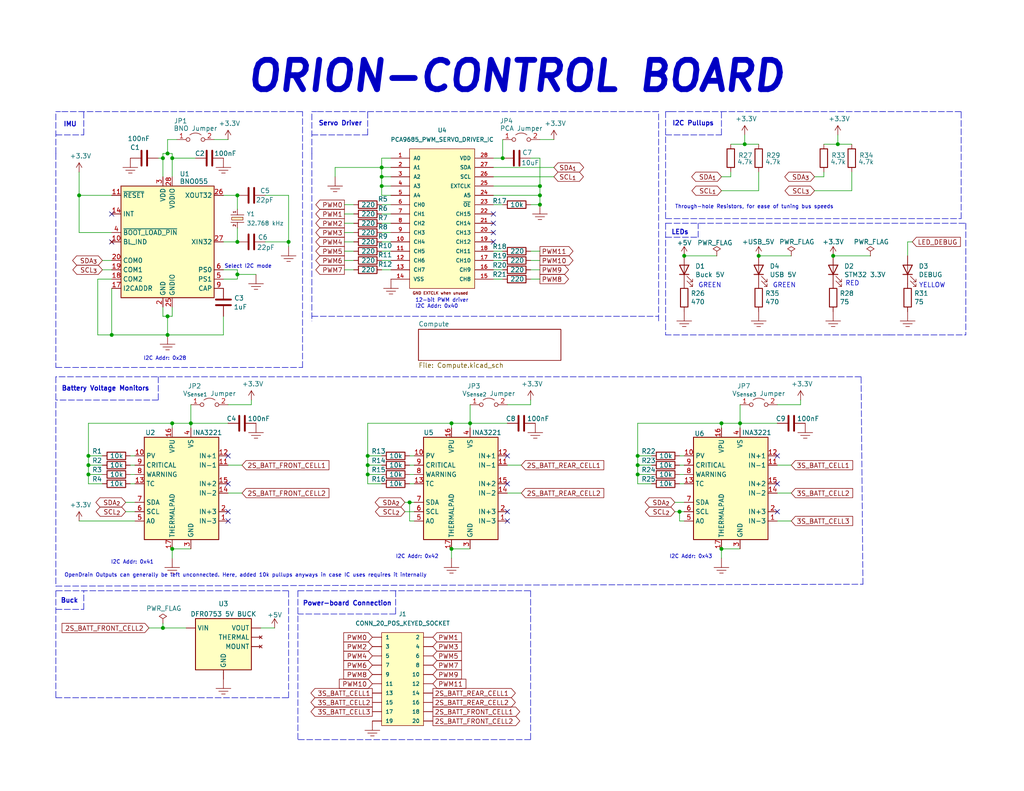
<source format=kicad_sch>
(kicad_sch (version 20250114) (generator "eeschema") (generator_version "9.0")
  (paper "USLetter")
  (title_block (title "ORION - CONTROL BOARD") (date "2025-12-14") (rev "1.0") (comment 4 "By: Ashish Agrahari"))
  (text "Through-hole Resistors, for ease of tuning bus speeds" (at 184.15 57.15 0) (effects (font (size 1.016 1.016)) (justify left bottom)))
  (text "I2C Addr: 0x41" (at 30.226 154.178 0) (effects (font (size 1.016 1.016)) (justify left bottom)))
  (text "I2C Pullups" (at 183.388 34.544 0) (effects (font (size 1.27 1.27) (thickness 0.254) (bold yes)) (justify left bottom)))
  (text "Select I2C mode" (at 61.214 73.406 0) (effects (font (size 1.016 1.016)) (justify left bottom)))
  (text "YELLOW" (at 250.698 78.74 0) (effects (font (size 1.27 1.27)) (justify left bottom)))
  (text "Battery Voltage Monitors" (at 16.764 106.934 0) (effects (font (size 1.27 1.27) (thickness 0.254) (bold yes)) (justify left bottom)))
  (text "GREEN" (at 190.5 78.74 0) (effects (font (size 1.27 1.27)) (justify left bottom)))
  (text "Buck" (at 16.51 164.846 0) (effects (font (size 1.27 1.27) (thickness 0.254) (bold yes)) (justify left bottom)))
  (text "RED" (at 230.632 78.232 0) (effects (font (size 1.27 1.27)) (justify left bottom)))
  (text "I2C Addr: 0x43" (at 182.626 152.654 0) (effects (font (size 1.016 1.016)) (justify left bottom)))
  (text "IMU" (at 17.272 34.798 0) (effects (font (size 1.27 1.27) (thickness 0.254) (bold yes)) (justify left bottom)))
  (text "I2C Addr: 0x42" (at 107.95 152.654 0) (effects (font (size 1.016 1.016)) (justify left bottom)))
  (text "Power-board Connection" (at 82.55 165.608 0) (effects (font (size 1.27 1.27) (thickness 0.254) (bold yes)) (justify left bottom)))
  (text "OpenDrain Outputs can generally be left unconnected. Here, added 10k pullups anyways in case IC uses requires it internally" (at 17.526 157.734 0) (effects (font (size 1.016 1.016)) (justify left bottom)))
  (text "ORION-CONTROL BOARD" (at 66.802 25.654 0) (effects (font (size 8.001 8.001) (thickness 1.6002) (bold yes) (italic yes)) (justify left bottom)))
  (text "Servo Driver" (at 86.868 34.544 0) (effects (font (size 1.27 1.27) (thickness 0.254) (bold yes)) (justify left bottom)))
  (text "I2C Addr: 0x28" (at 39.116 98.552 0) (effects (font (size 1.016 1.016)) (justify left bottom)))
  (text "LEDs" (at 183.134 64.262 0) (effects (font (size 1.27 1.27) (thickness 0.254) (bold yes)) (justify left bottom)))
  (text "12-bit PWM driver\nI2C Addr: 0x40" (at 113.284 84.328 0) (effects (font (size 1.016 1.016)) (justify left bottom)))
  (text "GREEN" (at 210.82 78.74 0) (effects (font (size 1.27 1.27)) (justify left bottom)))
  (junction (at 207.01 69.85))
  (junction (at 30.48 91.44))
  (junction (at 21.59 53.34))
  (junction (at 173.99 129.54))
  (junction (at 46.99 43.18))
  (junction (at 45.72 41.91))
  (junction (at 46.99 115.57))
  (junction (at 173.99 127))
  (junction (at 104.14 48.26))
  (junction (at 24.13 129.54))
  (junction (at 147.32 50.8))
  (junction (at 147.32 55.88))
  (junction (at 64.77 53.34))
  (junction (at 104.14 50.8))
  (junction (at 52.07 115.57))
  (junction (at 137.16 43.18))
  (junction (at 196.85 149.86))
  (junction (at 147.32 53.34))
  (junction (at 24.13 124.46))
  (junction (at 24.13 127))
  (junction (at 44.45 43.18))
  (junction (at 64.77 66.04))
  (junction (at 64.77 74.93))
  (junction (at 104.14 45.72))
  (junction (at 186.69 69.85))
  (junction (at 203.2 39.37))
  (junction (at 228.6 39.37))
  (junction (at 123.19 115.57))
  (junction (at 123.19 149.86))
  (junction (at 128.27 115.57))
  (junction (at 173.99 124.46))
  (junction (at 100.33 124.46))
  (junction (at 100.33 127))
  (junction (at 201.93 115.57))
  (junction (at 45.72 91.44))
  (junction (at 46.99 149.86))
  (junction (at 227.33 69.85))
  (junction (at 45.72 86.36))
  (junction (at 100.33 129.54))
  (junction (at 196.85 115.57))
  (junction (at 44.45 171.45))
  (junction (at 111.76 137.16))
  (junction (at 185.42 139.7))
  (junction (at 78.74 66.04))
  (no_connect (at 30.48 58.42))
  (no_connect (at 138.43 139.7))
  (no_connect (at 62.23 142.24))
  (no_connect (at 62.23 124.46))
  (no_connect (at 212.09 132.08))
  (no_connect (at 62.23 139.7))
  (no_connect (at 138.43 124.46))
  (no_connect (at 134.62 58.42))
  (no_connect (at 30.48 66.04))
  (no_connect (at 134.62 60.96))
  (no_connect (at 138.43 132.08))
  (no_connect (at 134.62 63.5))
  (no_connect (at 134.62 66.04))
  (no_connect (at 62.23 132.08))
  (no_connect (at 212.09 124.46))
  (no_connect (at 138.43 142.24))
  (no_connect (at 212.09 139.7))
  (wire (pts (xy 46.99 43.18) (xy 46.99 48.26)))
  (wire (pts (xy 113.03 142.24) (xy 111.76 142.24)))
  (wire (pts (xy 93.98 63.5) (xy 96.52 63.5)))
  (wire (pts (xy 185.42 139.7) (xy 186.69 139.7)))
  (wire (pts (xy 78.74 66.04) (xy 78.74 67.31)))
  (wire (pts (xy 212.09 134.62) (xy 215.9 134.62)))
  (wire (pts (xy 123.19 116.84) (xy 123.19 115.57)))
  (wire (pts (xy 46.99 149.86) (xy 52.07 149.86)))
  (wire (pts (xy 21.59 53.34) (xy 21.59 63.5)))
  (wire (pts (xy 147.32 43.18) (xy 147.32 50.8)))
  (wire (pts (xy 222.25 52.07) (xy 232.41 52.07)))
  (polyline (pts (xy 15.24 100.33) (xy 82.55 100.33)) (stroke (width 0) (type dash)))
  (wire (pts (xy 173.99 115.57) (xy 196.85 115.57)))
  (wire (pts (xy 185.42 127) (xy 186.69 127)))
  (wire (pts (xy 21.59 46.99) (xy 21.59 53.34)))
  (wire (pts (xy 128.27 115.57) (xy 138.43 115.57)))
  (wire (pts (xy 173.99 129.54) (xy 173.99 132.08)))
  (wire (pts (xy 60.96 86.36) (xy 60.96 91.44)))
  (wire (pts (xy 104.14 43.18) (xy 106.68 43.18)))
  (wire (pts (xy 111.76 124.46) (xy 113.03 124.46)))
  (wire (pts (xy 104.14 71.12) (xy 106.68 71.12)))
  (polyline (pts (xy 181.61 60.96) (xy 263.525 60.96)) (stroke (width 0) (type dash)))
  (polyline (pts (xy 85.09 86.36) (xy 179.705 86.36)) (stroke (width 0) (type dash)))
  (wire (pts (xy 46.99 149.86) (xy 46.99 152.4)))
  (wire (pts (xy 134.62 48.26) (xy 151.13 48.26)))
  (wire (pts (xy 104.14 50.8) (xy 106.68 50.8)))
  (wire (pts (xy 199.39 48.26) (xy 199.39 46.99)))
  (wire (pts (xy 138.43 127) (xy 142.24 127)))
  (wire (pts (xy 62.23 134.62) (xy 66.04 134.62)))
  (wire (pts (xy 186.69 69.85) (xy 195.58 69.85)))
  (wire (pts (xy 173.99 127) (xy 173.99 129.54)))
  (wire (pts (xy 45.72 41.91) (xy 46.99 41.91)))
  (wire (pts (xy 104.14 45.72) (xy 106.68 45.72)))
  (wire (pts (xy 104.14 43.18) (xy 104.14 45.72)))
  (wire (pts (xy 224.79 39.37) (xy 228.6 39.37)))
  (wire (pts (xy 26.67 91.44) (xy 30.48 91.44)))
  (wire (pts (xy 134.62 71.12) (xy 137.16 71.12)))
  (wire (pts (xy 128.27 116.84) (xy 128.27 115.57)))
  (wire (pts (xy 196.85 149.86) (xy 196.85 152.4)))
  (polyline (pts (xy 242.57 91.44) (xy 263.525 91.44)) (stroke (width 0) (type dash)))
  (wire (pts (xy 186.69 142.24) (xy 185.42 142.24)))
  (wire (pts (xy 232.41 52.07) (xy 232.41 46.99)))
  (wire (pts (xy 147.32 50.8) (xy 147.32 53.34)))
  (wire (pts (xy 46.99 86.36) (xy 46.99 83.82)))
  (wire (pts (xy 224.79 48.26) (xy 224.79 46.99)))
  (wire (pts (xy 100.33 129.54) (xy 104.14 129.54)))
  (polyline (pts (xy 181.61 36.83) (xy 196.85 36.83)) (stroke (width 0) (type dash)))
  (wire (pts (xy 100.33 124.46) (xy 100.33 127)))
  (wire (pts (xy 144.78 43.18) (xy 147.32 43.18)))
  (wire (pts (xy 201.93 115.57) (xy 212.09 115.57)))
  (wire (pts (xy 196.85 115.57) (xy 196.85 116.84)))
  (wire (pts (xy 60.96 73.66) (xy 64.77 73.66)))
  (polyline (pts (xy 81.28 161.29) (xy 81.28 201.93)) (stroke (width 0) (type dash)))
  (wire (pts (xy 30.48 91.44) (xy 45.72 91.44)))
  (wire (pts (xy 196.85 48.26) (xy 199.39 48.26)))
  (wire (pts (xy 134.62 45.72) (xy 151.13 45.72)))
  (wire (pts (xy 203.2 39.37) (xy 207.01 39.37)))
  (wire (pts (xy 104.14 53.34) (xy 106.68 53.34)))
  (wire (pts (xy 228.6 39.37) (xy 232.41 39.37)))
  (wire (pts (xy 196.85 149.86) (xy 201.93 149.86)))
  (wire (pts (xy 100.33 127) (xy 100.33 129.54)))
  (wire (pts (xy 68.58 110.49) (xy 68.58 109.22)))
  (wire (pts (xy 24.13 115.57) (xy 46.99 115.57)))
  (wire (pts (xy 185.42 132.08) (xy 186.69 132.08)))
  (polyline (pts (xy 179.705 87.63) (xy 179.705 30.48)) (stroke (width 0) (type dash)))
  (wire (pts (xy 184.15 139.7) (xy 185.42 139.7)))
  (polyline (pts (xy 78.74 161.29) (xy 15.24 161.29)) (stroke (width 0) (type dash)))
  (wire (pts (xy 199.39 39.37) (xy 203.2 39.37)))
  (polyline (pts (xy 181.61 59.69) (xy 262.255 59.69)) (stroke (width 0) (type dash)))
  (wire (pts (xy 203.2 39.37) (xy 203.2 36.83)))
  (wire (pts (xy 104.14 60.96) (xy 106.68 60.96)))
  (wire (pts (xy 201.93 110.49) (xy 201.93 115.57)))
  (wire (pts (xy 64.77 74.93) (xy 64.77 76.2)))
  (wire (pts (xy 93.98 60.96) (xy 96.52 60.96)))
  (wire (pts (xy 93.98 68.58) (xy 96.52 68.58)))
  (wire (pts (xy 207.01 52.07) (xy 207.01 46.99)))
  (wire (pts (xy 128.27 110.49) (xy 128.27 115.57)))
  (wire (pts (xy 30.48 78.74) (xy 30.48 91.44)))
  (polyline (pts (xy 179.705 30.48) (xy 86.36 30.48)) (stroke (width 0) (type dash)))
  (polyline (pts (xy 78.74 190.5) (xy 78.74 161.29)) (stroke (width 0) (type dash)))
  (wire (pts (xy 52.07 110.49) (xy 52.07 115.57)))
  (wire (pts (xy 104.14 48.26) (xy 104.14 50.8)))
  (wire (pts (xy 138.43 110.49) (xy 144.78 110.49)))
  (wire (pts (xy 45.72 38.1) (xy 48.26 38.1)))
  (polyline (pts (xy 81.28 161.29) (xy 144.78 161.29)) (stroke (width 0) (type dash)))
  (polyline (pts (xy 240.03 30.48) (xy 241.3 30.48)) (stroke (width 0) (type dash)))
  (wire (pts (xy 35.56 132.08) (xy 36.83 132.08)))
  (wire (pts (xy 64.77 76.2) (xy 60.96 76.2)))
  (wire (pts (xy 227.33 69.85) (xy 237.49 69.85)))
  (polyline (pts (xy 196.85 36.83) (xy 196.85 30.48)) (stroke (width 0) (type dash)))
  (wire (pts (xy 173.99 132.08) (xy 177.8 132.08)))
  (wire (pts (xy 64.77 62.23) (xy 64.77 66.04)))
  (polyline (pts (xy 15.24 160.02) (xy 235.458 159.512)) (stroke (width 0) (type dash)))
  (wire (pts (xy 45.72 86.36) (xy 45.72 91.44)))
  (wire (pts (xy 46.99 115.57) (xy 52.07 115.57)))
  (wire (pts (xy 44.45 86.36) (xy 45.72 86.36)))
  (wire (pts (xy 123.19 149.86) (xy 123.19 152.4)))
  (wire (pts (xy 218.44 110.49) (xy 218.44 109.22)))
  (wire (pts (xy 110.49 137.16) (xy 111.76 137.16)))
  (wire (pts (xy 62.23 127) (xy 66.04 127)))
  (polyline (pts (xy 82.55 100.33) (xy 82.55 30.48)) (stroke (width 0) (type dash)))
  (wire (pts (xy 93.98 66.04) (xy 96.52 66.04)))
  (polyline (pts (xy 235.458 159.512) (xy 234.95 102.87)) (stroke (width 0) (type dash)))
  (wire (pts (xy 185.42 124.46) (xy 186.69 124.46)))
  (wire (pts (xy 91.44 45.72) (xy 104.14 45.72)))
  (wire (pts (xy 196.85 52.07) (xy 207.01 52.07)))
  (wire (pts (xy 64.77 73.66) (xy 64.77 74.93)))
  (wire (pts (xy 144.78 71.12) (xy 147.32 71.12)))
  (polyline (pts (xy 144.78 201.93) (xy 81.28 201.93)) (stroke (width 0) (type dash)))
  (wire (pts (xy 173.99 129.54) (xy 177.8 129.54)))
  (wire (pts (xy 104.14 55.88) (xy 106.68 55.88)))
  (polyline (pts (xy 15.24 41.91) (xy 15.24 30.48)) (stroke (width 0) (type dash)))
  (wire (pts (xy 104.14 63.5) (xy 106.68 63.5)))
  (polyline (pts (xy 85.09 36.83) (xy 100.33 36.83)) (stroke (width 0) (type dash)))
  (wire (pts (xy 134.62 50.8) (xy 147.32 50.8)))
  (wire (pts (xy 26.67 76.2) (xy 30.48 76.2)))
  (wire (pts (xy 111.76 127) (xy 113.03 127)))
  (wire (pts (xy 207.01 69.85) (xy 215.9 69.85)))
  (wire (pts (xy 144.78 76.2) (xy 147.32 76.2)))
  (wire (pts (xy 247.65 66.04) (xy 247.65 69.85)))
  (wire (pts (xy 24.13 127) (xy 27.94 127)))
  (wire (pts (xy 185.42 129.54) (xy 186.69 129.54)))
  (polyline (pts (xy 242.57 91.44) (xy 181.61 91.44)) (stroke (width 0) (type dash)))
  (wire (pts (xy 111.76 137.16) (xy 113.03 137.16)))
  (wire (pts (xy 134.62 53.34) (xy 147.32 53.34)))
  (wire (pts (xy 21.59 142.24) (xy 36.83 142.24)))
  (wire (pts (xy 45.72 86.36) (xy 46.99 86.36)))
  (wire (pts (xy 173.99 115.57) (xy 173.99 124.46)))
  (wire (pts (xy 46.99 41.91) (xy 46.99 43.18)))
  (wire (pts (xy 93.98 71.12) (xy 96.52 71.12)))
  (wire (pts (xy 24.13 115.57) (xy 24.13 124.46)))
  (wire (pts (xy 212.09 142.24) (xy 215.9 142.24)))
  (wire (pts (xy 21.59 63.5) (xy 30.48 63.5)))
  (polyline (pts (xy 15.24 30.48) (xy 16.51 30.48)) (stroke (width 0) (type dash)))
  (wire (pts (xy 24.13 132.08) (xy 27.94 132.08)))
  (wire (pts (xy 45.72 41.91) (xy 44.45 41.91)))
  (polyline (pts (xy 15.24 166.37) (xy 22.86 166.37)) (stroke (width 0) (type dash)))
  (wire (pts (xy 34.29 139.7) (xy 36.83 139.7)))
  (wire (pts (xy 78.74 53.34) (xy 78.74 66.04)))
  (wire (pts (xy 111.76 132.08) (xy 113.03 132.08)))
  (wire (pts (xy 64.77 66.04) (xy 60.96 66.04)))
  (polyline (pts (xy 181.61 60.96) (xy 181.61 91.44)) (stroke (width 0) (type dash)))
  (wire (pts (xy 147.32 53.34) (xy 147.32 55.88)))
  (polyline (pts (xy 43.18 102.87) (xy 43.18 109.22)) (stroke (width 0) (type dash)))
  (wire (pts (xy 228.6 39.37) (xy 228.6 36.83)))
  (wire (pts (xy 24.13 124.46) (xy 24.13 127)))
  (wire (pts (xy 111.76 129.54) (xy 113.03 129.54)))
  (wire (pts (xy 24.13 129.54) (xy 27.94 129.54)))
  (wire (pts (xy 137.16 38.1) (xy 137.16 43.18)))
  (polyline (pts (xy 262.255 59.69) (xy 262.255 30.48)) (stroke (width 0) (type dash)))
  (wire (pts (xy 44.45 41.91) (xy 44.45 43.18)))
  (wire (pts (xy 71.12 171.45) (xy 74.93 171.45)))
  (wire (pts (xy 27.94 71.12) (xy 30.48 71.12)))
  (wire (pts (xy 248.92 66.04) (xy 247.65 66.04)))
  (wire (pts (xy 69.85 74.93) (xy 64.77 74.93)))
  (wire (pts (xy 21.59 53.34) (xy 30.48 53.34)))
  (wire (pts (xy 185.42 142.24) (xy 185.42 139.7)))
  (polyline (pts (xy 43.18 109.22) (xy 15.24 109.22)) (stroke (width 0) (type dash)))
  (wire (pts (xy 104.14 58.42) (xy 106.68 58.42)))
  (wire (pts (xy 60.96 53.34) (xy 64.77 53.34)))
  (wire (pts (xy 173.99 124.46) (xy 177.8 124.46)))
  (polyline (pts (xy 82.55 30.48) (xy 16.51 30.48)) (stroke (width 0) (type dash)))
  (wire (pts (xy 147.32 38.1) (xy 151.13 38.1)))
  (wire (pts (xy 26.67 76.2) (xy 26.67 91.44)))
  (polyline (pts (xy 181.61 30.48) (xy 182.88 30.48)) (stroke (width 0) (type dash)))
  (wire (pts (xy 134.62 76.2) (xy 137.16 76.2)))
  (wire (pts (xy 24.13 129.54) (xy 24.13 132.08)))
  (wire (pts (xy 104.14 50.8) (xy 104.14 53.34)))
  (wire (pts (xy 45.72 91.44) (xy 60.96 91.44)))
  (wire (pts (xy 222.25 48.26) (xy 224.79 48.26)))
  (polyline (pts (xy 15.24 41.91) (xy 15.24 100.33)) (stroke (width 0) (type dash)))
  (wire (pts (xy 45.72 38.1) (xy 45.72 41.91)))
  (wire (pts (xy 24.13 127) (xy 24.13 129.54)))
  (wire (pts (xy 110.49 139.7) (xy 113.03 139.7)))
  (wire (pts (xy 44.45 43.18) (xy 44.45 48.26)))
  (wire (pts (xy 93.98 58.42) (xy 96.52 58.42)))
  (polyline (pts (xy 15.24 190.5) (xy 78.74 190.5)) (stroke (width 0) (type dash)))
  (wire (pts (xy 44.45 171.45) (xy 50.8 171.45)))
  (wire (pts (xy 104.14 73.66) (xy 106.68 73.66)))
  (wire (pts (xy 43.18 43.18) (xy 44.45 43.18)))
  (polyline (pts (xy 144.78 161.29) (xy 144.78 201.93)) (stroke (width 0) (type dash)))
  (wire (pts (xy 100.33 129.54) (xy 100.33 132.08)))
  (polyline (pts (xy 22.86 166.37) (xy 22.86 161.29)) (stroke (width 0) (type dash)))
  (wire (pts (xy 173.99 124.46) (xy 173.99 127)))
  (wire (pts (xy 184.15 137.16) (xy 186.69 137.16)))
  (polyline (pts (xy 234.95 102.87) (xy 15.24 102.87)) (stroke (width 0) (type dash)))
  (wire (pts (xy 134.62 68.58) (xy 137.16 68.58)))
  (polyline (pts (xy 181.61 30.48) (xy 181.61 59.69)) (stroke (width 0) (type dash)))
  (wire (pts (xy 62.23 110.49) (xy 68.58 110.49)))
  (wire (pts (xy 134.62 43.18) (xy 137.16 43.18)))
  (wire (pts (xy 72.39 66.04) (xy 78.74 66.04)))
  (polyline (pts (xy 181.61 64.77) (xy 190.5 64.77)) (stroke (width 0) (type dash)))
  (wire (pts (xy 52.07 116.84) (xy 52.07 115.57)))
  (wire (pts (xy 46.99 115.57) (xy 46.99 116.84)))
  (wire (pts (xy 123.19 149.86) (xy 128.27 149.86)))
  (wire (pts (xy 52.07 115.57) (xy 62.23 115.57)))
  (wire (pts (xy 212.09 110.49) (xy 218.44 110.49)))
  (wire (pts (xy 100.33 127) (xy 104.14 127)))
  (polyline (pts (xy 107.95 167.64) (xy 81.28 167.64)) (stroke (width 0) (type dash)))
  (wire (pts (xy 72.39 53.34) (xy 78.74 53.34)))
  (wire (pts (xy 134.62 55.88) (xy 137.16 55.88)))
  (wire (pts (xy 58.42 38.1) (xy 62.23 38.1)))
  (wire (pts (xy 144.78 73.66) (xy 147.32 73.66)))
  (polyline (pts (xy 22.86 36.83) (xy 22.86 30.48)) (stroke (width 0) (type dash)))
  (polyline (pts (xy 15.24 102.87) (xy 15.24 160.02)) (stroke (width 0) (type dash)))
  (wire (pts (xy 212.09 127) (xy 215.9 127)))
  (wire (pts (xy 144.78 68.58) (xy 147.32 68.58)))
  (wire (pts (xy 24.13 124.46) (xy 27.94 124.46)))
  (wire (pts (xy 91.44 48.26) (xy 91.44 45.72)))
  (polyline (pts (xy 15.24 161.29) (xy 15.24 190.5)) (stroke (width 0) (type dash)))
  (wire (pts (xy 201.93 116.84) (xy 201.93 115.57)))
  (polyline (pts (xy 15.24 36.83) (xy 22.86 36.83)) (stroke (width 0) (type dash)))
  (wire (pts (xy 138.43 134.62) (xy 142.24 134.62)))
  (wire (pts (xy 104.14 66.04) (xy 106.68 66.04)))
  (wire (pts (xy 111.76 142.24) (xy 111.76 137.16)))
  (wire (pts (xy 104.14 68.58) (xy 106.68 68.58)))
  (wire (pts (xy 100.33 132.08) (xy 104.14 132.08)))
  (polyline (pts (xy 100.33 36.83) (xy 100.33 30.48)) (stroke (width 0) (type dash)))
  (wire (pts (xy 104.14 48.26) (xy 106.68 48.26)))
  (polyline (pts (xy 85.09 41.91) (xy 85.09 87.63)) (stroke (width 0) (type dash)))
  (wire (pts (xy 34.29 137.16) (xy 36.83 137.16)))
  (polyline (pts (xy 85.09 41.91) (xy 85.09 30.48)) (stroke (width 0) (type dash)))
  (polyline (pts (xy 190.5 64.77) (xy 190.5 60.96)) (stroke (width 0) (type dash)))
  (wire (pts (xy 44.45 170.18) (xy 44.45 171.45)))
  (polyline (pts (xy 107.95 161.29) (xy 107.95 167.64)) (stroke (width 0) (type dash)))
  (polyline (pts (xy 85.09 30.48) (xy 86.36 30.48)) (stroke (width 0) (type dash)))
  (wire (pts (xy 64.77 53.34) (xy 64.77 57.15)))
  (wire (pts (xy 44.45 86.36) (xy 44.45 83.82)))
  (wire (pts (xy 123.19 115.57) (xy 128.27 115.57)))
  (polyline (pts (xy 263.525 60.96) (xy 263.525 91.44)) (stroke (width 0) (type dash)))
  (wire (pts (xy 144.78 110.49) (xy 144.78 109.22)))
  (wire (pts (xy 93.98 55.88) (xy 96.52 55.88)))
  (wire (pts (xy 35.56 124.46) (xy 36.83 124.46)))
  (wire (pts (xy 144.78 55.88) (xy 147.32 55.88)))
  (wire (pts (xy 134.62 73.66) (xy 137.16 73.66)))
  (wire (pts (xy 196.85 115.57) (xy 201.93 115.57)))
  (wire (pts (xy 46.99 43.18) (xy 53.34 43.18)))
  (wire (pts (xy 35.56 127) (xy 36.83 127)))
  (polyline (pts (xy 262.255 30.48) (xy 182.88 30.48)) (stroke (width 0) (type dash)))
  (wire (pts (xy 100.33 115.57) (xy 100.33 124.46)))
  (wire (pts (xy 27.94 73.66) (xy 30.48 73.66)))
  (wire (pts (xy 100.33 124.46) (xy 104.14 124.46)))
  (wire (pts (xy 44.45 171.45) (xy 40.64 171.45)))
  (wire (pts (xy 100.33 115.57) (xy 123.19 115.57)))
  (wire (pts (xy 173.99 127) (xy 177.8 127)))
  (wire (pts (xy 35.56 129.54) (xy 36.83 129.54)))
  (wire (pts (xy 104.14 45.72) (xy 104.14 48.26)))
  (wire (pts (xy 93.98 73.66) (xy 96.52 73.66)))
  (global_label "PWM0" (shape output) (at 93.98 55.88 180) (property "Intersheetrefs" "${INTERSHEET_REFS}" (effects (hide yes))))
  (global_label "PWM8" (shape output) (at 147.32 76.2 0) (property "Intersheetrefs" "${INTERSHEET_REFS}" (effects (hide yes))))
  (global_label "PWM1" (shape output) (at 93.98 58.42 180) (property "Intersheetrefs" "${INTERSHEET_REFS}" (effects (hide yes))))
  (global_label "SCL_{2}" (shape bidirectional) (at 110.49 139.7 180) (property "Intersheetrefs" "${INTERSHEET_REFS}" (effects (hide yes))))
  (global_label "PWM6" (shape input) (at 101.6 181.61 180) (property "Intersheetrefs" "${INTERSHEET_REFS}" (effects (hide yes))))
  (global_label "2S_BATT_FRONT_CELL2" (shape input) (at 66.04 134.62 0) (property "Intersheetrefs" "${INTERSHEET_REFS}" (effects (hide yes))))
  (global_label "PWM7" (shape output) (at 93.98 73.66 180) (property "Intersheetrefs" "${INTERSHEET_REFS}" (effects (hide yes))))
  (global_label "3S_BATT_CELL3" (shape output) (at 101.6 194.31 180) (property "Intersheetrefs" "${INTERSHEET_REFS}" (effects (hide yes))))
  (global_label "PWM3" (shape output) (at 93.98 63.5 180) (property "Intersheetrefs" "${INTERSHEET_REFS}" (effects (hide yes))))
  (global_label "PWM9" (shape output) (at 147.32 73.66 0) (property "Intersheetrefs" "${INTERSHEET_REFS}" (effects (hide yes))))
  (global_label "PWM10" (shape output) (at 147.32 71.12 0) (property "Intersheetrefs" "${INTERSHEET_REFS}" (effects (hide yes))))
  (global_label "3S_BATT_CELL2" (shape input) (at 215.9 134.62 0) (property "Intersheetrefs" "${INTERSHEET_REFS}" (effects (hide yes))))
  (global_label "PWM8" (shape input) (at 101.6 184.15 180) (property "Intersheetrefs" "${INTERSHEET_REFS}" (effects (hide yes))))
  (global_label "2S_BATT_FRONT_CELL2" (shape input) (at 40.64 171.45 180) (property "Intersheetrefs" "${INTERSHEET_REFS}" (effects (hide yes))))
  (global_label "PWM3" (shape input) (at 118.11 176.53 0) (property "Intersheetrefs" "${INTERSHEET_REFS}" (effects (hide yes))))
  (global_label "SDA_{2}" (shape bidirectional) (at 110.49 137.16 180) (property "Intersheetrefs" "${INTERSHEET_REFS}" (effects (hide yes))))
  (global_label "2S_BATT_FRONT_CELL2" (shape output) (at 118.11 196.85 0) (property "Intersheetrefs" "${INTERSHEET_REFS}" (effects (hide yes))))
  (global_label "PWM4" (shape output) (at 93.98 66.04 180) (property "Intersheetrefs" "${INTERSHEET_REFS}" (effects (hide yes))))
  (global_label "PWM5" (shape output) (at 93.98 68.58 180) (property "Intersheetrefs" "${INTERSHEET_REFS}" (effects (hide yes))))
  (global_label "SCL_{2}" (shape bidirectional) (at 184.15 139.7 180) (property "Intersheetrefs" "${INTERSHEET_REFS}" (effects (hide yes))))
  (global_label "SDA_{1}" (shape bidirectional) (at 151.13 45.72 0) (property "Intersheetrefs" "${INTERSHEET_REFS}" (effects (hide yes))))
  (global_label "SCL_{3}" (shape bidirectional) (at 222.25 52.07 180) (property "Intersheetrefs" "${INTERSHEET_REFS}" (effects (hide yes))))
  (global_label "PWM10" (shape input) (at 101.6 186.69 180) (property "Intersheetrefs" "${INTERSHEET_REFS}" (effects (hide yes))))
  (global_label "2S_BATT_REAR_CELL2" (shape output) (at 118.11 191.77 0) (property "Intersheetrefs" "${INTERSHEET_REFS}" (effects (hide yes))))
  (global_label "3S_BATT_CELL1" (shape output) (at 101.6 189.23 180) (property "Intersheetrefs" "${INTERSHEET_REFS}" (effects (hide yes))))
  (global_label "PWM11" (shape input) (at 118.11 186.69 0) (property "Intersheetrefs" "${INTERSHEET_REFS}" (effects (hide yes))))
  (global_label "PWM6" (shape output) (at 93.98 71.12 180) (property "Intersheetrefs" "${INTERSHEET_REFS}" (effects (hide yes))))
  (global_label "3S_BATT_CELL2" (shape output) (at 101.6 191.77 180) (property "Intersheetrefs" "${INTERSHEET_REFS}" (effects (hide yes))))
  (global_label "2S_BATT_REAR_CELL1" (shape output) (at 118.11 189.23 0) (property "Intersheetrefs" "${INTERSHEET_REFS}" (effects (hide yes))))
  (global_label "SCL_{1}" (shape bidirectional) (at 196.85 52.07 180) (property "Intersheetrefs" "${INTERSHEET_REFS}" (effects (hide yes))))
  (global_label "2S_BATT_FRONT_CELL1" (shape output) (at 118.11 194.31 0) (property "Intersheetrefs" "${INTERSHEET_REFS}" (effects (hide yes))))
  (global_label "PWM2" (shape output) (at 93.98 60.96 180) (property "Intersheetrefs" "${INTERSHEET_REFS}" (effects (hide yes))))
  (global_label "3S_BATT_CELL3" (shape input) (at 215.9 142.24 0) (property "Intersheetrefs" "${INTERSHEET_REFS}" (effects (hide yes))))
  (global_label "PWM11" (shape output) (at 147.32 68.58 0) (property "Intersheetrefs" "${INTERSHEET_REFS}" (effects (hide yes))))
  (global_label "SCL_{1}" (shape bidirectional) (at 151.13 48.26 0) (property "Intersheetrefs" "${INTERSHEET_REFS}" (effects (hide yes))))
  (global_label "PWM9" (shape input) (at 118.11 184.15 0) (property "Intersheetrefs" "${INTERSHEET_REFS}" (effects (hide yes))))
  (global_label "PWM7" (shape input) (at 118.11 181.61 0) (property "Intersheetrefs" "${INTERSHEET_REFS}" (effects (hide yes))))
  (global_label "3S_BATT_CELL1" (shape input) (at 215.9 127 0) (property "Intersheetrefs" "${INTERSHEET_REFS}" (effects (hide yes))))
  (global_label "PWM4" (shape input) (at 101.6 179.07 180) (property "Intersheetrefs" "${INTERSHEET_REFS}" (effects (hide yes))))
  (global_label "LED_DEBUG" (shape input) (at 248.92 66.04 0) (property "Intersheetrefs" "${INTERSHEET_REFS}" (effects (hide yes))))
  (global_label "PWM1" (shape input) (at 118.11 173.99 0) (property "Intersheetrefs" "${INTERSHEET_REFS}" (effects (hide yes))))
  (global_label "SDA_{3}" (shape bidirectional) (at 222.25 48.26 180) (property "Intersheetrefs" "${INTERSHEET_REFS}" (effects (hide yes))))
  (global_label "2S_BATT_FRONT_CELL1" (shape input) (at 66.04 127 0) (property "Intersheetrefs" "${INTERSHEET_REFS}" (effects (hide yes))))
  (global_label "SDA_{2}" (shape bidirectional) (at 34.29 137.16 180) (property "Intersheetrefs" "${INTERSHEET_REFS}" (effects (hide yes))))
  (global_label "PWM5" (shape input) (at 118.11 179.07 0) (property "Intersheetrefs" "${INTERSHEET_REFS}" (effects (hide yes))))
  (global_label "SDA_{3}" (shape bidirectional) (at 27.94 71.12 180) (property "Intersheetrefs" "${INTERSHEET_REFS}" (effects (hide yes))))
  (global_label "SDA_{1}" (shape bidirectional) (at 196.85 48.26 180) (property "Intersheetrefs" "${INTERSHEET_REFS}" (effects (hide yes))))
  (global_label "SDA_{2}" (shape bidirectional) (at 184.15 137.16 180) (property "Intersheetrefs" "${INTERSHEET_REFS}" (effects (hide yes))))
  (global_label "PWM0" (shape input) (at 101.6 173.99 180) (property "Intersheetrefs" "${INTERSHEET_REFS}" (effects (hide yes))))
  (global_label "2S_BATT_REAR_CELL2" (shape input) (at 142.24 134.62 0) (property "Intersheetrefs" "${INTERSHEET_REFS}" (effects (hide yes))))
  (global_label "PWM2" (shape input) (at 101.6 176.53 180) (property "Intersheetrefs" "${INTERSHEET_REFS}" (effects (hide yes))))
  (global_label "SCL_{2}" (shape bidirectional) (at 34.29 139.7 180) (property "Intersheetrefs" "${INTERSHEET_REFS}" (effects (hide yes))))
  (global_label "2S_BATT_REAR_CELL1" (shape input) (at 142.24 127 0) (property "Intersheetrefs" "${INTERSHEET_REFS}" (effects (hide yes))))
  (global_label "SCL_{3}" (shape bidirectional) (at 27.94 73.66 180) (property "Intersheetrefs" "${INTERSHEET_REFS}" (effects (hide yes))))
  (symbol (lib_id "Device:R") (at 107.95 132.08 270) (unit 1)
    (property "Reference" "R16" (at 101.346 130.81 90) (effects (justify left)))
    (property "Value" "10k" (at 106.172 132.08 90) (effects (justify left)))
    (property "Footprint" "Resistor_SMD:R_0603_1608Metric" (effects (hide yes)))
    (property "Description" "Resistor" (effects (hide yes)))
    (property "JLCPCB Part #" "C25804" (effects (hide yes)))
  )
  (symbol (lib_id "power:+3.3V") (at 218.44 109.22 0) (unit 1)
    (property "Reference" "#PWR011" (effects (hide yes)))
    (property "Value" "+3.3V" (at 218.821 104.8258 0))
  )
  (symbol (lib_id "Device:R") (at 224.79 43.18 0) (unit 1)
    (property "Reference" "R33" (at 226.822 42.418 0) (effects (justify left)))
    (property "Value" "4.7k" (at 226.568 44.196 0) (effects (justify left)))
    (property "Footprint" "AA_Custom_Components:R_SS_Axial_DIN0207_L6.3mm_D2.5mm_P10.16mm_Horizontal" (effects (hide yes)))
    (property "Description" "Resistor" (effects (hide yes)))
  )
  (symbol (lib_id "AA_Custom_Components:CONN_20_POS_KEYED_SOCKET") (at 110.49 185.42 0) (unit 1)
    (property "Reference" "J1" (at 109.855 167.64 0) (effects (font (size 1.143 1.143))))
    (property "Value" "CONN_20_POS_KEYED_SOCKET" (at 109.855 170.18 0) (effects (font (size 1.143 1.143))))
    (property "Footprint" "AA_Custom_Components:SULLINS_SBH11-PBPC-D10-ST-BK_SOCKET" (effects (hide yes)))
    (property "Description" "20 POS" (effects (hide yes)))
    (property "Manufacturer Part #" "SBH11-PBPC-D10-ST-BK" (effects (hide yes)))
    (property "Digikey Part #" "S9172-ND" (effects (hide yes)))
  )
  (symbol (lib_id "power:PWR_FLAG") (at 195.58 69.85 0) (unit 1)
    (property "Reference" "#FLG02" (effects (hide yes)))
    (property "Value" "PWR_FLAG" (at 195.072 66.294 0))
    (property "Description" "Special symbol for telling ERC where power comes from" (effects (hide yes)))
  )
  (symbol (lib_id "AA_Custom_Components:GND") (at 60.96 185.42 0) (unit 1)
    (property "Reference" "#GND05" (effects (hide yes)))
    (property "Value" "GND" (effects (hide yes)))
    (property "Footprint" "XXX-00000" (effects (hide yes)))
  )
  (symbol (lib_id "Device:C") (at 39.37 43.18 90) (unit 1)
    (property "Reference" "C1" (at 38.2016 40.259 90) (effects (justify left)))
    (property "Value" "100nF" (at 40.894 37.846 90) (effects (justify left)))
    (property "Footprint" "Capacitor_SMD:C_0603_1608Metric" (effects (hide yes)))
    (property "Description" "Unpolarized capacitor" (effects (hide yes)))
    (property "JLCPCB Part #" "C14663" (effects (hide yes)))
  )
  (symbol (lib_id "Device:R") (at 100.33 66.04 270) (unit 1)
    (property "Reference" "R9" (at 103.124 64.516 90) (effects (justify left)))
    (property "Value" "220" (at 98.552 66.04 90) (effects (justify left)))
    (property "Footprint" "Resistor_SMD:R_0603_1608Metric" (effects (hide yes)))
    (property "Description" "Resistor" (effects (hide yes)))
    (property "JLCPCB Part #" "C25804" (effects (hide yes)))
  )
  (symbol (lib_id "power:+3.3V") (at 203.2 36.83 0) (unit 1)
    (property "Reference" "#PWR09" (effects (hide yes)))
    (property "Value" "+3.3V" (at 203.581 32.4358 0))
  )
  (symbol (lib_id "power:PWR_FLAG") (at 215.9 69.85 0) (unit 1)
    (property "Reference" "#FLG04" (effects (hide yes)))
    (property "Value" "PWR_FLAG" (at 217.424 66.04 0))
    (property "Description" "Special symbol for telling ERC where power comes from" (effects (hide yes)))
  )
  (symbol (lib_id "power:PWR_FLAG") (at 44.45 170.18 0) (unit 1)
    (property "Reference" "#FLG01" (effects (hide yes)))
    (property "Value" "PWR_FLAG" (at 44.704 166.116 0))
    (property "Description" "Special symbol for telling ERC where power comes from" (effects (hide yes)))
  )
  (symbol (lib_id "Device:R") (at 100.33 55.88 270) (unit 1)
    (property "Reference" "R5" (at 103.124 54.356 90) (effects (justify left)))
    (property "Value" "220" (at 98.552 55.88 90) (effects (justify left)))
    (property "Footprint" "Resistor_SMD:R_0603_1608Metric" (effects (hide yes)))
    (property "Description" "Resistor" (effects (hide yes)))
    (property "JLCPCB Part #" "C25804" (effects (hide yes)))
  )
  (symbol (lib_id "AA_Custom_Components:GND") (at 69.85 115.57 0) (unit 1)
    (property "Reference" "#GND07" (effects (hide yes)))
    (property "Value" "GND" (effects (hide yes)))
    (property "Footprint" "XXX-00000" (effects (hide yes)))
    (property "Description" "Ground Supply (Earth Ground style) Ground supply with a traditional \"earth ground\" symbol." (effects (hide yes)))
  )
  (symbol (lib_id "AA_Custom_Components:INA3221") (at 198.12 134.62 0) (unit 1)
    (property "Reference" "U6" (at 189.484 118.364 0) (effects (justify left)))
    (property "Value" "INA3221" (at 202.438 118.11 0) (effects (justify left)))
    (property "Footprint" "Package_DFN_QFN:Texas_RGV0016A_VQFN-16-1EP_4x4mm_P0.65mm_EP2.1x2.1mm" (effects (hide yes)))
    (property "Datasheet" "http://www.ti.com/lit/ds/symlink/ina3221.pdf" (effects (hide yes)))
    (property "Description" "Triple-Channel High-Side Shunt and Bus Voltage Monitor with I2C and SMBUS Compatible Interface, QFN-16" (effects (hide yes)))
    (property "JLCPCB Part #" "C181255" (effects (hide yes)))
    (property "Manufacturer Part #" "INA3221AIRGVR" (effects (hide yes)))
    (property "Reference Schematic" "https://cdn-learn.adafruit.com/assets/assets/000/133/206/original/adafruit_products_schem.png?1729184593" (effects (hide yes)))
  )
  (symbol (lib_id "power:+3.3V") (at 228.6 36.83 0) (unit 1)
    (property "Reference" "#PWR013" (effects (hide yes)))
    (property "Value" "+3.3V" (at 228.981 32.4358 0))
  )
  (symbol (lib_id "Jumper:Jumper_2_Open") (at 142.24 38.1 0) (unit 1)
    (property "Reference" "JP4" (at 138.176 33.02 0))
    (property "Value" "PCA Jumper" (at 142.24 35.052 0))
    (property "Footprint" "AA_Custom_Components:Jumper_PinHeader_1x02_P2.54mm_Vertical" (effects (hide yes)))
  )
  (symbol (lib_id "Jumper:Jumper_2_Open") (at 53.34 38.1 0) (unit 1)
    (property "Reference" "JP1" (at 49.276 33.02 0))
    (property "Value" "BNO Jumper" (at 53.34 35.052 0))
    (property "Footprint" "AA_Custom_Components:Jumper_PinHeader_1x02_P2.54mm_Vertical" (effects (hide yes)))
  )
  (symbol (lib_id "Device:R") (at 100.33 60.96 270) (unit 1)
    (property "Reference" "R7" (at 103.124 59.436 90) (effects (justify left)))
    (property "Value" "220" (at 98.552 60.96 90) (effects (justify left)))
    (property "Footprint" "Resistor_SMD:R_0603_1608Metric" (effects (hide yes)))
    (property "Description" "Resistor" (effects (hide yes)))
    (property "JLCPCB Part #" "C25804" (effects (hide yes)))
  )
  (symbol (lib_id "Device:R") (at 199.39 43.18 0) (unit 1)
    (property "Reference" "R27" (at 201.422 42.418 0) (effects (justify left)))
    (property "Value" "4.7k" (at 201.168 44.196 0) (effects (justify left)))
    (property "Footprint" "AA_Custom_Components:R_SS_Axial_DIN0207_L6.3mm_D2.5mm_P10.16mm_Horizontal" (effects (hide yes)))
    (property "Description" "Resistor" (effects (hide yes)))
  )
  (symbol (lib_id "Device:R") (at 140.97 71.12 270) (unit 1)
    (property "Reference" "R19" (at 134.366 69.85 90) (effects (justify left)))
    (property "Value" "220" (at 139.192 71.12 90) (effects (justify left)))
    (property "Footprint" "Resistor_SMD:R_0603_1608Metric" (effects (hide yes)))
    (property "Description" "Resistor" (effects (hide yes)))
    (property "JLCPCB Part #" "C25804" (effects (hide yes)))
  )
  (symbol (lib_id "Device:R") (at 181.61 124.46 270) (unit 1)
    (property "Reference" "R22" (at 175.006 123.19 90) (effects (justify left)))
    (property "Value" "10k" (at 179.832 124.46 90) (effects (justify left)))
    (property "Footprint" "Resistor_SMD:R_0603_1608Metric" (effects (hide yes)))
    (property "Description" "Resistor" (effects (hide yes)))
    (property "JLCPCB Part #" "C25804" (effects (hide yes)))
  )
  (symbol (lib_id "Device:R") (at 100.33 68.58 270) (unit 1)
    (property "Reference" "R10" (at 103.124 67.056 90) (effects (justify left)))
    (property "Value" "220" (at 98.552 68.58 90) (effects (justify left)))
    (property "Footprint" "Resistor_SMD:R_0603_1608Metric" (effects (hide yes)))
    (property "Description" "Resistor" (effects (hide yes)))
    (property "JLCPCB Part #" "C25804" (effects (hide yes)))
  )
  (symbol (lib_id "power:+3.3V") (at 68.58 109.22 0) (unit 1)
    (property "Reference" "#PWR04" (effects (hide yes)))
    (property "Value" "+3.3V" (at 68.961 104.8258 0))
  )
  (symbol (lib_id "Device:C") (at 68.58 66.04 270) (unit 1)
    (property "Reference" "C6" (at 70.358 64.77 90) (effects (justify left)))
    (property "Value" "22pF" (at 70.104 67.564 90) (effects (justify left)))
    (property "Footprint" "Capacitor_SMD:C_0603_1608Metric" (effects (hide yes)))
    (property "Description" "Unpolarized capacitor" (effects (hide yes)))
    (property "JLCPCB Part #" "C1653" (effects (hide yes)))
  )
  (symbol (lib_id "Device:R") (at 181.61 127 270) (unit 1)
    (property "Reference" "R23" (at 175.006 125.73 90) (effects (justify left)))
    (property "Value" "10k" (at 179.832 127 90) (effects (justify left)))
    (property "Footprint" "Resistor_SMD:R_0603_1608Metric" (effects (hide yes)))
    (property "Description" "Resistor" (effects (hide yes)))
    (property "JLCPCB Part #" "C25804" (effects (hide yes)))
  )
  (symbol (lib_id "power:+3.3V") (at 62.23 38.1 0) (unit 1)
    (property "Reference" "#PWR03" (effects (hide yes)))
    (property "Value" "+3.3V" (at 62.611 33.7058 0))
  )
  (symbol (lib_id "Device:R") (at 181.61 129.54 270) (unit 1)
    (property "Reference" "R24" (at 175.006 128.27 90) (effects (justify left)))
    (property "Value" "10k" (at 179.832 129.54 90) (effects (justify left)))
    (property "Footprint" "Resistor_SMD:R_0603_1608Metric" (effects (hide yes)))
    (property "Description" "Resistor" (effects (hide yes)))
    (property "JLCPCB Part #" "C25804" (effects (hide yes)))
  )
  (symbol (lib_id "AA_Custom_Components:GND") (at 106.68 76.2 0) (unit 1)
    (property "Reference" "#GND011" (effects (hide yes)))
    (property "Value" "GND" (effects (hide yes)))
    (property "Footprint" "XXX-00000" (effects (hide yes)))
  )
  (symbol (lib_id "Device:R") (at 31.75 127 270) (unit 1)
    (property "Reference" "R2" (at 25.146 125.73 90) (effects (justify left)))
    (property "Value" "10k" (at 29.972 127 90) (effects (justify left)))
    (property "Footprint" "Resistor_SMD:R_0603_1608Metric" (effects (hide yes)))
    (property "Description" "Resistor" (effects (hide yes)))
    (property "JLCPCB Part #" "C25804" (effects (hide yes)))
  )
  (symbol (lib_id "Device:R") (at 107.95 129.54 270) (unit 1)
    (property "Reference" "R15" (at 101.346 128.27 90) (effects (justify left)))
    (property "Value" "10k" (at 106.172 129.54 90) (effects (justify left)))
    (property "Footprint" "Resistor_SMD:R_0603_1608Metric" (effects (hide yes)))
    (property "Description" "Resistor" (effects (hide yes)))
    (property "JLCPCB Part #" "C25804" (effects (hide yes)))
  )
  (symbol (lib_id "Device:R") (at 100.33 71.12 270) (unit 1)
    (property "Reference" "R11" (at 103.124 69.596 90) (effects (justify left)))
    (property "Value" "220" (at 98.552 71.12 90) (effects (justify left)))
    (property "Footprint" "Resistor_SMD:R_0603_1608Metric" (effects (hide yes)))
    (property "Description" "Resistor" (effects (hide yes)))
    (property "JLCPCB Part #" "C25804" (effects (hide yes)))
  )
  (symbol (lib_id "AA_Custom_Components:GND") (at 60.96 43.18 0) (unit 1)
    (property "Reference" "#GND04" (effects (hide yes)))
    (property "Value" "GND" (effects (hide yes)))
    (property "Footprint" "XXX-00000" (effects (hide yes)))
    (property "Description" "Ground Supply (Earth Ground style) Ground supply with a traditional \"earth ground\" symbol." (effects (hide yes)))
  )
  (symbol (lib_id "AA_Custom_Components:GND") (at 78.74 67.31 0) (unit 1)
    (property "Reference" "#GND08" (effects (hide yes)))
    (property "Value" "GND" (effects (hide yes)))
    (property "Footprint" "XXX-00000" (effects (hide yes)))
    (property "Description" "Ground Supply (Earth Ground style) Ground supply with a traditional \"earth ground\" symbol." (effects (hide yes)))
  )
  (symbol (lib_id "AA_Custom_Components:GND") (at 247.65 85.09 0) (unit 1)
    (property "Reference" "#GND019" (effects (hide yes)))
    (property "Value" "GND" (effects (hide yes)))
    (property "Footprint" "XXX-00000" (effects (hide yes)))
    (property "Description" "Ground Supply (Earth Ground style) Ground supply with a traditional \"earth ground\" symbol." (effects (hide yes)))
  )
  (symbol (lib_id "Device:C") (at 215.9 115.57 90) (unit 1)
    (property "Reference" "C9" (at 214.376 114.3 90) (effects (justify left)))
    (property "Value" "100nF" (at 223.52 114.3 90) (effects (justify left)))
    (property "Footprint" "Capacitor_SMD:C_0603_1608Metric" (effects (hide yes)))
    (property "Description" "Unpolarized capacitor" (effects (hide yes)))
    (property "JLCPCB Part #" "C14663" (effects (hide yes)))
  )
  (symbol (lib_id "Device:R") (at 31.75 132.08 270) (unit 1)
    (property "Reference" "R4" (at 25.146 130.81 90) (effects (justify left)))
    (property "Value" "10k" (at 29.972 132.08 90) (effects (justify left)))
    (property "Footprint" "Resistor_SMD:R_0603_1608Metric" (effects (hide yes)))
    (property "Description" "Resistor" (effects (hide yes)))
    (property "JLCPCB Part #" "C25804" (effects (hide yes)))
  )
  (symbol (lib_id "Jumper:Jumper_2_Open") (at 57.15 110.49 0) (unit 1)
    (property "Reference" "JP2" (at 53.086 105.41 0))
    (property "Value" "V_{Sense1} Jumper" (at 57.15 107.442 0))
    (property "Footprint" "AA_Custom_Components:Jumper_PinHeader_1x02_P2.54mm_Vertical" (effects (hide yes)))
  )
  (symbol (lib_id "power:+3.3V") (at 21.59 142.24 0) (unit 1)
    (property "Reference" "#PWR02" (effects (hide yes)))
    (property "Value" "+3.3V" (at 21.971 137.8458 0))
  )
  (symbol (lib_id "Device:R") (at 227.33 81.28 0) (unit 1)
    (property "Reference" "R28" (at 229.108 80.1116 0) (effects (justify left)))
    (property "Value" "75" (at 229.108 82.423 0) (effects (justify left)))
    (property "Footprint" "Resistor_SMD:R_0603_1608Metric" (effects (hide yes)))
    (property "Description" "Resistor" (effects (hide yes)))
    (property "JLCPCB Part #" "C4275" (effects (hide yes)))
  )
  (symbol (lib_id "Device:LED") (at 247.65 73.66 90) (unit 1)
    (property "Reference" "D3" (at 250.6472 72.6694 90) (effects (justify right)))
    (property "Value" "DEBUG" (at 250.6472 74.9808 90) (effects (justify right)))
    (property "Footprint" "LED_SMD:LED_0805_2012Metric" (effects (hide yes)))
    (property "Datasheet" "https://jlcpcb.com/api/file/downloadByFileSystemAccessId/8579709195039801344" (effects (hide yes)))
    (property "Description" "Light emitting diode" (effects (hide yes)))
    (property "JLCPCB Part #" "C2296" (effects (hide yes)))
    (property "Manufacturer Part #" "KT-0805Y" (effects (hide yes)))
  )
  (symbol (lib_id "AA_Custom_Components:BNO055") (at 45.72 66.04 0) (unit 1)
    (property "Reference" "U1" (at 49.022 47.498 0) (effects (justify left)))
    (property "Value" "BNO055" (at 49.022 49.53 0) (effects (justify left)))
    (property "Footprint" "Package_LGA:LGA-28_5.2x3.8mm_P0.5mm" (effects (hide yes)))
    (property "Datasheet" "https://www.bosch-sensortec.com/media/boschsensortec/downloads/datasheets/bst-bno055-ds000.pdf" (effects (hide yes)))
    (property "Description" "9-axis absolute orientation sensor" (effects (hide yes)))
    (property "JLCPCB Part #" "C93216" (effects (hide yes)))
    (property "ReferenceSchematic" "https://cdn-learn.adafruit.com/assets/assets/000/024/546/original/sensors_BNO055_REV-C.png?1429569060" (effects (hide yes)))
    (property "Reference Schematic" "https://cdn-learn.adafruit.com/assets/assets/000/024/546/original/sensors_BNO055_REV-C.png?1429569060" (effects (hide yes)))
  )
  (symbol (lib_id "Device:R") (at 107.95 127 270) (unit 1)
    (property "Reference" "R14" (at 101.346 125.73 90) (effects (justify left)))
    (property "Value" "10k" (at 106.172 127 90) (effects (justify left)))
    (property "Footprint" "Resistor_SMD:R_0603_1608Metric" (effects (hide yes)))
    (property "Description" "Resistor" (effects (hide yes)))
    (property "JLCPCB Part #" "C25804" (effects (hide yes)))
  )
  (symbol (lib_id "Device:R") (at 140.97 76.2 270) (unit 1)
    (property "Reference" "R21" (at 134.366 74.93 90) (effects (justify left)))
    (property "Value" "220" (at 139.192 76.2 90) (effects (justify left)))
    (property "Footprint" "Resistor_SMD:R_0603_1608Metric" (effects (hide yes)))
    (property "Description" "Resistor" (effects (hide yes)))
    (property "JLCPCB Part #" "C25804" (effects (hide yes)))
  )
  (symbol (lib_id "Device:C") (at 68.58 53.34 90) (unit 1)
    (property "Reference" "C5" (at 73.66 52.07 90) (effects (justify left)))
    (property "Value" "22pF" (at 74.676 54.61 90) (effects (justify left)))
    (property "Footprint" "Capacitor_SMD:C_0603_1608Metric" (effects (hide yes)))
    (property "Description" "Unpolarized capacitor" (effects (hide yes)))
    (property "JLCPCB Part #" "C1653" (effects (hide yes)))
  )
  (symbol (lib_id "power:+5VD") (at 227.33 69.85 0) (unit 1)
    (property "Reference" "#PWR010" (effects (hide yes)))
    (property "Value" "+3.3V" (at 227.33 66.04 0))
    (property "Description" "Power symbol creates a global label with name \"+5VD\"" (effects (hide yes)))
  )
  (symbol (lib_id "AA_Custom_Components:GND") (at 147.32 55.88 0) (unit 1)
    (property "Reference" "#GND014" (effects (hide yes)))
    (property "Value" "GND" (effects (hide yes)))
    (property "Footprint" "XXX-00000" (effects (hide yes)))
  )
  (symbol (lib_id "Device:C") (at 60.96 82.55 0) (unit 1)
    (property "Reference" "C3" (at 63.881 81.3816 0) (effects (justify left)))
    (property "Value" "1uF" (at 63.754 83.82 0) (effects (justify left)))
    (property "Footprint" "Capacitor_SMD:C_0603_1608Metric" (effects (hide yes)))
    (property "Description" "Unpolarized capacitor" (effects (hide yes)))
    (property "JLCPCB Part #" "C15849" (effects (hide yes)))
  )
  (symbol (lib_id "AA_Custom_Components:CRYSTAL-32.768Khz") (at 64.77 59.69 270) (unit 1)
    (property "Reference" "Y1" (at 67.31 58.42 90) (effects (font (size 1.143 1.143)) (justify left)))
    (property "Value" "32.768 kHz" (at 67.31 60.96 90) (effects (font (size 1.143 1.143)) (justify left)))
    (property "Footprint" "CRYSTAL-SMD-3.2X1.5MM" (effects (hide yes)))
    (property "Datasheet" "https://jlcpcb.com/api/file/downloadByFileSystemAccessId/8588883967709339648" (effects (hide yes)))
    (property "Description" "Crystals (Generic) These are <b>passive</b> quartz crystals, which can be used as a clock source for a microcontroller. Crystal's are two-terminal devices. They require external \"load\" capacitors to generate an oscillating signal." (effects (hide yes)))
    (property "JLCPCB Part #" "C32346" (effects (hide yes)))
  )
  (symbol (lib_id "AA_Custom_Components:GND") (at 46.99 152.4 0) (unit 1)
    (property "Reference" "#GND03" (effects (hide yes)))
    (property "Value" "GND" (effects (hide yes)))
    (property "Footprint" "XXX-00000" (effects (hide yes)))
    (property "Description" "Ground Supply (Earth Ground style) Ground supply with a traditional \"earth ground\" symbol." (effects (hide yes)))
  )
  (symbol (lib_id "power:+3.3V") (at 21.59 46.99 0) (unit 1)
    (property "Reference" "#PWR01" (effects (hide yes)))
    (property "Value" "+3.3V" (at 21.971 42.5958 0))
  )
  (symbol (lib_id "Device:R") (at 31.75 124.46 270) (unit 1)
    (property "Reference" "R1" (at 25.146 123.19 90) (effects (justify left)))
    (property "Value" "10k" (at 29.972 124.46 90) (effects (justify left)))
    (property "Footprint" "Resistor_SMD:R_0603_1608Metric" (effects (hide yes)))
    (property "Description" "Resistor" (effects (hide yes)))
    (property "JLCPCB Part #" "C25804" (effects (hide yes)))
  )
  (symbol (lib_id "Device:C") (at 142.24 115.57 90) (unit 1)
    (property "Reference" "C8" (at 140.716 114.3 90) (effects (justify left)))
    (property "Value" "100nF" (at 149.86 114.3 90) (effects (justify left)))
    (property "Footprint" "Capacitor_SMD:C_0603_1608Metric" (effects (hide yes)))
    (property "Description" "Unpolarized capacitor" (effects (hide yes)))
    (property "JLCPCB Part #" "C14663" (effects (hide yes)))
  )
  (symbol (lib_id "AA_Custom_Components:GND") (at 69.85 74.93 0) (unit 1)
    (property "Reference" "#GND06" (effects (hide yes)))
    (property "Value" "GND" (effects (hide yes)))
    (property "Footprint" "XXX-00000" (effects (hide yes)))
    (property "Description" "Ground Supply (Earth Ground style) Ground supply with a traditional \"earth ground\" symbol." (effects (hide yes)))
  )
  (symbol (lib_id "Device:R") (at 140.97 68.58 270) (unit 1)
    (property "Reference" "R18" (at 134.366 67.31 90) (effects (justify left)))
    (property "Value" "220" (at 139.192 68.58 90) (effects (justify left)))
    (property "Footprint" "Resistor_SMD:R_0603_1608Metric" (effects (hide yes)))
    (property "Description" "Resistor" (effects (hide yes)))
    (property "JLCPCB Part #" "C25804" (effects (hide yes)))
  )
  (symbol (lib_id "AA_Custom_Components:GND") (at 196.85 152.4 0) (unit 1)
    (property "Reference" "#GND016" (effects (hide yes)))
    (property "Value" "GND" (effects (hide yes)))
    (property "Footprint" "XXX-00000" (effects (hide yes)))
    (property "Description" "Ground Supply (Earth Ground style) Ground supply with a traditional \"earth ground\" symbol." (effects (hide yes)))
  )
  (symbol (lib_id "Jumper:Jumper_2_Open") (at 207.01 110.49 0) (unit 1)
    (property "Reference" "JP7" (at 202.946 105.41 0))
    (property "Value" "V_{Sense3} Jumper" (at 207.01 107.442 0))
    (property "Footprint" "AA_Custom_Components:Jumper_PinHeader_1x02_P2.54mm_Vertical" (effects (hide yes)))
  )
  (symbol (lib_name "LED_5") (lib_id "Device:LED") (at 227.33 73.66 90) (unit 1)
    (property "Reference" "D2" (at 230.3272 72.6694 90) (effects (justify right)))
    (property "Value" "STM32 3.3V" (at 230.3272 74.9808 90) (effects (justify right)))
    (property "Footprint" "LED_SMD:LED_0603_1608Metric" (effects (hide yes)))
    (property "Datasheet" "https://jlcpcb.com/api/file/downloadByFileSystemAccessId/8550723991833485312" (effects (hide yes)))
    (property "Description" "Light emitting diode" (effects (hide yes)))
    (property "JLCPCB Part #" "C2286" (effects (hide yes)))
    (property "Manufacturer Part #" "KT-0603R" (effects (hide yes)))
  )
  (symbol (lib_id "AA_Custom_Components:DFR0753_5V_BUCK") (at 60.96 173.99 0) (unit 1)
    (property "Reference" "U3" (at 60.96 164.846 0))
    (property "Value" "DFR0753 5V BUCK" (at 60.96 167.64 0))
    (property "Footprint" "AA_Custom_Components:DFR0753" (effects (hide yes)))
    (property "Description" "DC-DC BUCK CONVERTER 6~14V TO 5V" (effects (hide yes)))
    (property "Manufacturer Part #" "DFR0753" (effects (hide yes)))
    (property "Digikay Part Number" "1738-DFR0753-ND" (effects (hide yes)))
  )
  (symbol (lib_id "Jumper:Jumper_2_Open") (at 133.35 110.49 0) (unit 1)
    (property "Reference" "JP3" (at 129.286 105.41 0))
    (property "Value" "V_{Sense2} Jumper" (at 133.35 107.442 0))
    (property "Footprint" "AA_Custom_Components:Jumper_PinHeader_1x02_P2.54mm_Vertical" (effects (hide yes)))
  )
  (symbol (lib_id "Device:R") (at 232.41 43.18 0) (unit 1)
    (property "Reference" "R34" (at 234.442 42.418 0) (effects (justify left)))
    (property "Value" "4.7k" (at 234.188 44.196 0) (effects (justify left)))
    (property "Footprint" "AA_Custom_Components:R_SS_Axial_DIN0207_L6.3mm_D2.5mm_P10.16mm_Horizontal" (effects (hide yes)))
    (property "Description" "Resistor" (effects (hide yes)))
  )
  (symbol (lib_id "Device:R") (at 31.75 129.54 270) (unit 1)
    (property "Reference" "R3" (at 25.146 128.27 90) (effects (justify left)))
    (property "Value" "10k" (at 29.972 129.54 90) (effects (justify left)))
    (property "Footprint" "Resistor_SMD:R_0603_1608Metric" (effects (hide yes)))
    (property "Description" "Resistor" (effects (hide yes)))
    (property "JLCPCB Part #" "C25804" (effects (hide yes)))
  )
  (symbol (lib_id "Device:R") (at 140.97 73.66 270) (unit 1)
    (property "Reference" "R20" (at 134.366 72.39 90) (effects (justify left)))
    (property "Value" "220" (at 139.192 73.66 90) (effects (justify left)))
    (property "Footprint" "Resistor_SMD:R_0603_1608Metric" (effects (hide yes)))
    (property "Description" "Resistor" (effects (hide yes)))
    (property "JLCPCB Part #" "C25804" (effects (hide yes)))
  )
  (symbol (lib_id "AA_Custom_Components:GND") (at 123.19 152.4 0) (unit 1)
    (property "Reference" "#GND012" (effects (hide yes)))
    (property "Value" "GND" (effects (hide yes)))
    (property "Footprint" "XXX-00000" (effects (hide yes)))
    (property "Description" "Ground Supply (Earth Ground style) Ground supply with a traditional \"earth ground\" symbol." (effects (hide yes)))
  )
  (symbol (lib_name "LED_5") (lib_id "Device:LED") (at 207.01 73.66 90) (unit 1)
    (property "Reference" "D4" (at 210.0072 72.6694 90) (effects (justify right)))
    (property "Value" "USB 5V" (at 210.0072 74.9808 90) (effects (justify right)))
    (property "Footprint" "LED_SMD:LED_0805_2012Metric" (effects (hide yes)))
    (property "Datasheet" "https://jlcpcb.com/api/file/downloadByFileSystemAccessId/8639582106239348736" (effects (hide yes)))
    (property "Description" "Light emitting diode" (effects (hide yes)))
    (property "JLCPCB Part #" "C2297" (effects (hide yes)))
    (property "Manufacturer Part #" "KT-0805G" (effects (hide yes)))
  )
  (symbol (lib_id "Device:C") (at 57.15 43.18 90) (unit 1)
    (property "Reference" "C2" (at 55.88 41.91 90) (effects (justify left)))
    (property "Value" "100nF" (at 64.516 41.91 90) (effects (justify left)))
    (property "Footprint" "Capacitor_SMD:C_0603_1608Metric" (effects (hide yes)))
    (property "Description" "Unpolarized capacitor" (effects (hide yes)))
    (property "JLCPCB Part #" "C14663" (effects (hide yes)))
  )
  (symbol (lib_id "Device:R") (at 207.01 81.28 0) (unit 1)
    (property "Reference" "R35" (at 208.788 80.1116 0) (effects (justify left)))
    (property "Value" "470" (at 208.788 82.423 0) (effects (justify left)))
    (property "Footprint" "Resistor_SMD:R_0603_1608Metric" (effects (hide yes)))
    (property "Description" "Resistor" (effects (hide yes)))
    (property "JLCPCB Part #" "C23179" (effects (hide yes)))
  )
  (symbol (lib_id "AA_Custom_Components:INA3221") (at 124.46 134.62 0) (unit 1)
    (property "Reference" "U5" (at 115.57 118.11 0) (effects (justify left)))
    (property "Value" "INA3221" (at 128.778 118.11 0) (effects (justify left)))
    (property "Footprint" "Package_DFN_QFN:Texas_RGV0016A_VQFN-16-1EP_4x4mm_P0.65mm_EP2.1x2.1mm" (effects (hide yes)))
    (property "Datasheet" "http://www.ti.com/lit/ds/symlink/ina3221.pdf" (effects (hide yes)))
    (property "Description" "Triple-Channel High-Side Shunt and Bus Voltage Monitor with I2C and SMBUS Compatible Interface, QFN-16" (effects (hide yes)))
    (property "JLCPCB Part #" "C181255" (effects (hide yes)))
    (property "Manufacturer Part #" "INA3221AIRGVR" (effects (hide yes)))
    (property "Reference Schematic" "https://cdn-learn.adafruit.com/assets/assets/000/133/206/original/adafruit_products_schem.png?1729184593" (effects (hide yes)))
  )
  (symbol (lib_id "AA_Custom_Components:INA3221") (at 48.26 134.62 0) (unit 1)
    (property "Reference" "U2" (at 39.624 118.11 0) (effects (justify left)))
    (property "Value" "INA3221" (at 52.578 118.11 0) (effects (justify left)))
    (property "Footprint" "Package_DFN_QFN:Texas_RGV0016A_VQFN-16-1EP_4x4mm_P0.65mm_EP2.1x2.1mm" (effects (hide yes)))
    (property "Datasheet" "http://www.ti.com/lit/ds/symlink/ina3221.pdf" (effects (hide yes)))
    (property "Description" "Triple-Channel High-Side Shunt and Bus Voltage Monitor with I2C and SMBUS Compatible Interface, QFN-16" (effects (hide yes)))
    (property "JLCPCB Part #" "C181255" (effects (hide yes)))
    (property "Manufacturer Part #" "INA3221AIRGVR" (effects (hide yes)))
    (property "Reference Schematic" "https://cdn-learn.adafruit.com/assets/assets/000/133/206/original/adafruit_products_schem.png?1729184593" (effects (hide yes)))
  )
  (symbol (lib_id "AA_Custom_Components:PCA9685_PWM_SERVO_DRIVER_IC") (at 120.65 59.69 0) (unit 1)
    (property "Reference" "U4" (at 120.65 35.56 0) (effects (font (size 1.143 1.143))))
    (property "Value" "PCA9685_PWM_SERVO_DRIVER_IC" (at 120.65 38.1 0) (effects (font (size 1.143 1.143))))
    (property "Footprint" "Silicon-Standard:TSSOP-28_4MM" (effects (hide yes)))
    (property "Datasheet" "https://www.nxp.com/docs/en/data-sheet/PCA9685.pdf" (effects (hide yes)))
    (property "JLCPCB Part #" "C2678753" (effects (hide yes)))
    (property "Manufacturer Part #" "PCA9685PW,118" (effects (hide yes)))
    (property "Reference Schematic" "https://cdn-learn.adafruit.com/assets/assets/000/036/269/original/adafruit_products_schem.png?1475858980" (effects (hide yes)))
  )
  (symbol (lib_id "power:PWR_FLAG") (at 237.49 69.85 0) (unit 1)
    (property "Reference" "#FLG03" (effects (hide yes)))
    (property "Value" "PWR_FLAG" (at 237.744 66.04 0))
    (property "Description" "Special symbol for telling ERC where power comes from" (effects (hide yes)))
  )
  (symbol (lib_id "Device:R") (at 181.61 132.08 270) (unit 1)
    (property "Reference" "R25" (at 175.006 130.81 90) (effects (justify left)))
    (property "Value" "10k" (at 179.832 132.08 90) (effects (justify left)))
    (property "Footprint" "Resistor_SMD:R_0603_1608Metric" (effects (hide yes)))
    (property "Description" "Resistor" (effects (hide yes)))
    (property "JLCPCB Part #" "C25804" (effects (hide yes)))
  )
  (symbol (lib_id "AA_Custom_Components:GND") (at 219.71 115.57 0) (unit 1)
    (property "Reference" "#GND018" (effects (hide yes)))
    (property "Value" "GND" (effects (hide yes)))
    (property "Footprint" "XXX-00000" (effects (hide yes)))
    (property "Description" "Ground Supply (Earth Ground style) Ground supply with a traditional \"earth ground\" symbol." (effects (hide yes)))
  )
  (symbol (lib_id "Device:R") (at 100.33 73.66 270) (unit 1)
    (property "Reference" "R12" (at 103.124 72.136 90) (effects (justify left)))
    (property "Value" "220" (at 98.552 73.66 90) (effects (justify left)))
    (property "Footprint" "Resistor_SMD:R_0603_1608Metric" (effects (hide yes)))
    (property "Description" "Resistor" (effects (hide yes)))
    (property "JLCPCB Part #" "C25804" (effects (hide yes)))
  )
  (symbol (lib_id "Device:R") (at 100.33 63.5 270) (unit 1)
    (property "Reference" "R8" (at 103.124 61.976 90) (effects (justify left)))
    (property "Value" "220" (at 98.552 63.5 90) (effects (justify left)))
    (property "Footprint" "Resistor_SMD:R_0603_1608Metric" (effects (hide yes)))
    (property "Description" "Resistor" (effects (hide yes)))
    (property "JLCPCB Part #" "C25804" (effects (hide yes)))
  )
  (symbol (lib_id "power:+5VD") (at 207.01 69.85 0) (unit 1)
    (property "Reference" "#PWR023" (effects (hide yes)))
    (property "Value" "+USB_5V" (at 202.438 66.04 0) (effects (justify left)))
  )
  (symbol (lib_id "Device:R") (at 107.95 124.46 270) (unit 1)
    (property "Reference" "R13" (at 101.346 123.19 90) (effects (justify left)))
    (property "Value" "10k" (at 106.172 124.46 90) (effects (justify left)))
    (property "Footprint" "Resistor_SMD:R_0603_1608Metric" (effects (hide yes)))
    (property "Description" "Resistor" (effects (hide yes)))
    (property "JLCPCB Part #" "C25804" (effects (hide yes)))
  )
  (symbol (lib_id "AA_Custom_Components:GND") (at 101.6 196.85 0) (unit 1)
    (property "Reference" "#GND010" (effects (hide yes)))
    (property "Value" "GND" (effects (hide yes)))
    (property "Footprint" "XXX-00000" (effects (hide yes)))
    (property "Description" "Ground Supply (Earth Ground style) Ground supply with a traditional \"earth ground\" symbol." (effects (hide yes)))
  )
  (symbol (lib_id "Device:R") (at 247.65 81.28 0) (unit 1)
    (property "Reference" "R31" (at 249.428 80.1116 0) (effects (justify left)))
    (property "Value" "75" (at 249.428 82.423 0) (effects (justify left)))
    (property "Footprint" "Resistor_SMD:R_0603_1608Metric" (effects (hide yes)))
    (property "Description" "Resistor" (effects (hide yes)))
    (property "JLCPCB Part #" "C4275" (effects (hide yes)))
  )
  (symbol (lib_id "Device:R") (at 207.01 43.18 0) (unit 1)
    (property "Reference" "R29" (at 209.042 42.418 0) (effects (justify left)))
    (property "Value" "4.7k" (at 208.788 44.196 0) (effects (justify left)))
    (property "Footprint" "AA_Custom_Components:R_SS_Axial_DIN0207_L6.3mm_D2.5mm_P10.16mm_Horizontal" (effects (hide yes)))
    (property "Description" "Resistor" (effects (hide yes)))
  )
  (symbol (lib_id "Device:R") (at 186.69 81.28 0) (unit 1)
    (property "Reference" "R26" (at 188.468 80.1116 0) (effects (justify left)))
    (property "Value" "470" (at 188.468 82.423 0) (effects (justify left)))
    (property "Footprint" "Resistor_SMD:R_0603_1608Metric" (effects (hide yes)))
    (property "Description" "Resistor" (effects (hide yes)))
    (property "JLCPCB Part #" "C23179" (effects (hide yes)))
  )
  (symbol (lib_id "power:+5VD") (at 74.93 171.45 0) (unit 1)
    (property "Reference" "#PWR05" (effects (hide yes)))
    (property "Value" "+5V" (at 72.898 167.894 0) (effects (justify left)))
  )
  (symbol (lib_id "Device:C") (at 140.97 43.18 270) (unit 1)
    (property "Reference" "C7" (at 142.494 41.656 90) (effects (justify left)))
    (property "Value" "10uF" (at 142.24 44.45 90) (effects (justify left)))
    (property "Footprint" "Capacitor_SMD:C_0603_1608Metric" (effects (hide yes)))
    (property "Description" "Unpolarized capacitor" (effects (hide yes)))
    (property "JLCPCB Part #" "C96446" (effects (hide yes)))
  )
  (symbol (lib_id "AA_Custom_Components:GND") (at 227.33 85.09 0) (unit 1)
    (property "Reference" "#GND017" (effects (hide yes)))
    (property "Value" "GND" (effects (hide yes)))
    (property "Footprint" "XXX-00000" (effects (hide yes)))
    (property "Description" "Ground Supply (Earth Ground style) Ground supply with a traditional \"earth ground\" symbol." (effects (hide yes)))
  )
  (symbol (lib_id "power:+5VD") (at 186.69 69.85 0) (unit 1)
    (property "Reference" "#PWR08" (effects (hide yes)))
    (property "Value" "+5V" (at 184.658 66.294 0) (effects (justify left)))
  )
  (symbol (lib_id "Device:C") (at 66.04 115.57 90) (unit 1)
    (property "Reference" "C4" (at 64.516 114.3 90) (effects (justify left)))
    (property "Value" "100nF" (at 73.66 114.3 90) (effects (justify left)))
    (property "Footprint" "Capacitor_SMD:C_0603_1608Metric" (effects (hide yes)))
    (property "Description" "Unpolarized capacitor" (effects (hide yes)))
    (property "JLCPCB Part #" "C14663" (effects (hide yes)))
  )
  (symbol (lib_id "power:+3.3V") (at 151.13 38.1 0) (unit 1)
    (property "Reference" "#PWR07" (effects (hide yes)))
    (property "Value" "+3.3V" (at 151.511 33.7058 0))
  )
  (symbol (lib_id "Device:R") (at 100.33 58.42 270) (unit 1)
    (property "Reference" "R6" (at 103.124 56.896 90) (effects (justify left)))
    (property "Value" "220" (at 98.552 58.42 90) (effects (justify left)))
    (property "Footprint" "Resistor_SMD:R_0603_1608Metric" (effects (hide yes)))
    (property "Description" "Resistor" (effects (hide yes)))
    (property "JLCPCB Part #" "C25804" (effects (hide yes)))
  )
  (symbol (lib_id "power:+3.3V") (at 144.78 109.22 0) (unit 1)
    (property "Reference" "#PWR06" (effects (hide yes)))
    (property "Value" "+3.3V" (at 145.161 104.8258 0))
  )
  (symbol (lib_id "Device:R") (at 140.97 55.88 270) (unit 1)
    (property "Reference" "R17" (at 134.366 54.864 90) (effects (justify left)))
    (property "Value" "10k" (at 139.192 55.88 90) (effects (justify left)))
    (property "Footprint" "Resistor_SMD:R_0603_1608Metric" (effects (hide yes)))
    (property "Description" "Resistor" (effects (hide yes)))
    (property "JLCPCB Part #" "C25804" (effects (hide yes)))
  )
  (symbol (lib_id "AA_Custom_Components:GND") (at 146.05 115.57 0) (unit 1)
    (property "Reference" "#GND013" (effects (hide yes)))
    (property "Value" "GND" (effects (hide yes)))
    (property "Footprint" "XXX-00000" (effects (hide yes)))
    (property "Description" "Ground Supply (Earth Ground style) Ground supply with a traditional \"earth ground\" symbol." (effects (hide yes)))
  )
  (symbol (lib_id "AA_Custom_Components:GND") (at 207.01 85.09 0) (unit 1)
    (property "Reference" "#GND030" (effects (hide yes)))
    (property "Value" "GND" (effects (hide yes)))
    (property "Footprint" "XXX-00000" (effects (hide yes)))
  )
  (symbol (lib_id "AA_Custom_Components:GND") (at 35.56 43.18 0) (unit 1)
    (property "Reference" "#GND01" (effects (hide yes)))
    (property "Value" "GND" (effects (hide yes)))
    (property "Footprint" "XXX-00000" (effects (hide yes)))
    (property "Description" "Ground Supply (Earth Ground style) Ground supply with a traditional \"earth ground\" symbol." (effects (hide yes)))
  )
  (symbol (lib_id "AA_Custom_Components:GND") (at 91.44 48.26 0) (unit 1)
    (property "Reference" "#GND09" (effects (hide yes)))
    (property "Value" "GND" (effects (hide yes)))
    (property "Footprint" "XXX-00000" (effects (hide yes)))
  )
  (symbol (lib_name "LED_5") (lib_id "Device:LED") (at 186.69 73.66 90) (unit 1)
    (property "Reference" "D1" (at 189.6872 72.6694 90) (effects (justify right)))
    (property "Value" "Buck 5V" (at 189.6872 74.9808 90) (effects (justify right)))
    (property "Footprint" "LED_SMD:LED_0805_2012Metric" (effects (hide yes)))
    (property "Datasheet" "https://jlcpcb.com/api/file/downloadByFileSystemAccessId/8639582106239348736" (effects (hide yes)))
    (property "Description" "Light emitting diode" (effects (hide yes)))
    (property "JLCPCB Part #" "C2297" (effects (hide yes)))
    (property "Manufacturer Part #" "KT-0805G" (effects (hide yes)))
  )
  (symbol (lib_id "AA_Custom_Components:GND") (at 186.69 85.09 0) (unit 1)
    (property "Reference" "#GND015" (effects (hide yes)))
    (property "Value" "GND" (effects (hide yes)))
    (property "Footprint" "XXX-00000" (effects (hide yes)))
  )
  (symbol (lib_id "AA_Custom_Components:GND") (at 45.72 91.44 0) (unit 1)
    (property "Reference" "#GND02" (effects (hide yes)))
    (property "Value" "GND" (effects (hide yes)))
    (property "Footprint" "XXX-00000" (effects (hide yes)))
    (property "Description" "Ground Supply (Earth Ground style) Ground supply with a traditional \"earth ground\" symbol." (effects (hide yes)))
  )
  (sheet (at 114.173 89.916) (size 38.862 8.509) (stroke (width 0.1524))
    (property "Sheetname" "Compute" (at 114.173 89.2044 0) (effects (justify left bottom)))
    (property "Sheetfile" "Compute.kicad_sch" (at 114.173 99.0096 0) (effects (justify left top)))
  )
)
</source>
